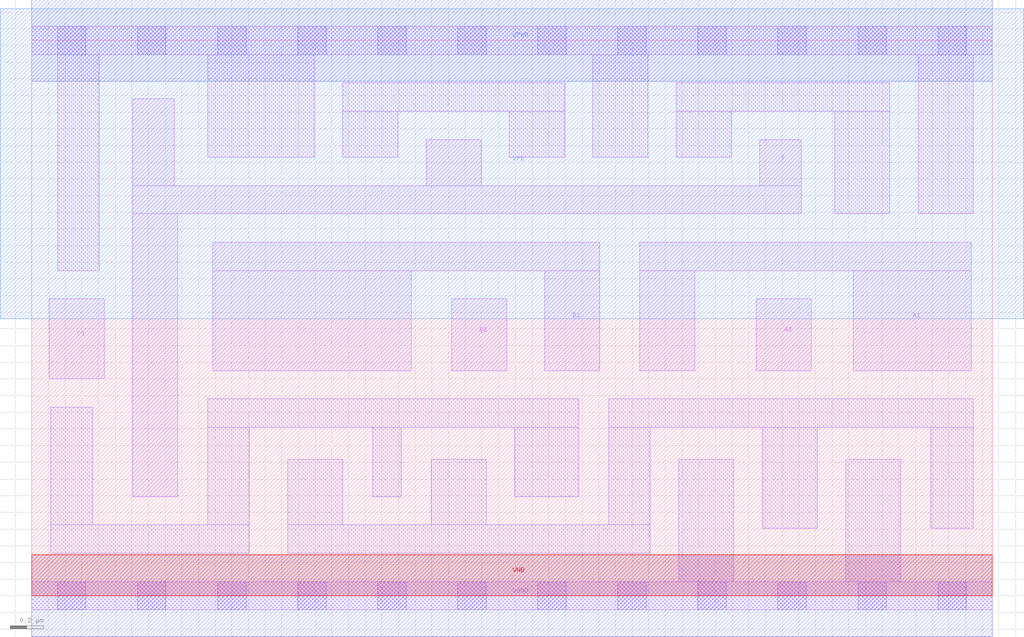
<source format=lef>
# Copyright 2020 The SkyWater PDK Authors
#
# Licensed under the Apache License, Version 2.0 (the "License");
# you may not use this file except in compliance with the License.
# You may obtain a copy of the License at
#
#     https://www.apache.org/licenses/LICENSE-2.0
#
# Unless required by applicable law or agreed to in writing, software
# distributed under the License is distributed on an "AS IS" BASIS,
# WITHOUT WARRANTIES OR CONDITIONS OF ANY KIND, either express or implied.
# See the License for the specific language governing permissions and
# limitations under the License.
#
# SPDX-License-Identifier: Apache-2.0

VERSION 5.7 ;
  NOWIREEXTENSIONATPIN ON ;
  DIVIDERCHAR "/" ;
  BUSBITCHARS "[]" ;
MACRO sky130_fd_sc_hs__o221ai_2
  CLASS CORE ;
  FOREIGN sky130_fd_sc_hs__o221ai_2 ;
  ORIGIN  0.000000  0.000000 ;
  SIZE  5.760000 BY  3.330000 ;
  SYMMETRY X Y ;
  SITE unit ;
  PIN A1
    ANTENNAGATEAREA  0.558000 ;
    DIRECTION INPUT ;
    USE SIGNAL ;
    PORT
      LAYER li1 ;
        RECT 3.645000 1.350000 3.975000 1.950000 ;
        RECT 3.645000 1.950000 5.635000 2.120000 ;
        RECT 4.925000 1.350000 5.635000 1.950000 ;
    END
  END A1
  PIN A2
    ANTENNAGATEAREA  0.558000 ;
    DIRECTION INPUT ;
    USE SIGNAL ;
    PORT
      LAYER li1 ;
        RECT 4.345000 1.350000 4.675000 1.780000 ;
    END
  END A2
  PIN B1
    ANTENNAGATEAREA  0.558000 ;
    DIRECTION INPUT ;
    USE SIGNAL ;
    PORT
      LAYER li1 ;
        RECT 1.085000 1.350000 2.275000 1.950000 ;
        RECT 1.085000 1.950000 3.405000 2.120000 ;
        RECT 3.075000 1.350000 3.405000 1.950000 ;
    END
  END B1
  PIN B2
    ANTENNAGATEAREA  0.558000 ;
    DIRECTION INPUT ;
    USE SIGNAL ;
    PORT
      LAYER li1 ;
        RECT 2.520000 1.350000 2.850000 1.780000 ;
    END
  END B2
  PIN C1
    ANTENNAGATEAREA  0.558000 ;
    DIRECTION INPUT ;
    USE SIGNAL ;
    PORT
      LAYER li1 ;
        RECT 0.105000 1.300000 0.435000 1.780000 ;
    END
  END C1
  PIN Y
    ANTENNADIFFAREA  1.232000 ;
    DIRECTION OUTPUT ;
    USE SIGNAL ;
    PORT
      LAYER li1 ;
        RECT 0.605000 0.595000 0.875000 2.290000 ;
        RECT 0.605000 2.290000 4.615000 2.460000 ;
        RECT 0.605000 2.460000 0.855000 2.980000 ;
        RECT 2.365000 2.460000 2.695000 2.735000 ;
        RECT 4.365000 2.460000 4.615000 2.735000 ;
    END
  END Y
  PIN VGND
    DIRECTION INOUT ;
    USE GROUND ;
    PORT
      LAYER met1 ;
        RECT 0.000000 -0.245000 5.760000 0.245000 ;
    END
  END VGND
  PIN VNB
    DIRECTION INOUT ;
    USE GROUND ;
    PORT
      LAYER pwell ;
        RECT 0.000000 0.000000 5.760000 0.245000 ;
    END
  END VNB
  PIN VPB
    DIRECTION INOUT ;
    USE POWER ;
    PORT
      LAYER nwell ;
        RECT -0.190000 1.660000 5.950000 3.520000 ;
    END
  END VPB
  PIN VPWR
    DIRECTION INOUT ;
    USE POWER ;
    PORT
      LAYER met1 ;
        RECT 0.000000 3.085000 5.760000 3.575000 ;
    END
  END VPWR
  OBS
    LAYER li1 ;
      RECT 0.000000 -0.085000 5.760000 0.085000 ;
      RECT 0.000000  3.245000 5.760000 3.415000 ;
      RECT 0.115000  0.255000 1.305000 0.425000 ;
      RECT 0.115000  0.425000 0.365000 1.130000 ;
      RECT 0.155000  1.950000 0.405000 3.245000 ;
      RECT 1.055000  0.425000 1.305000 1.010000 ;
      RECT 1.055000  1.010000 3.280000 1.180000 ;
      RECT 1.055000  2.630000 1.695000 3.245000 ;
      RECT 1.535000  0.255000 3.710000 0.425000 ;
      RECT 1.535000  0.425000 1.865000 0.820000 ;
      RECT 1.865000  2.630000 2.195000 2.905000 ;
      RECT 1.865000  2.905000 3.195000 3.075000 ;
      RECT 2.045000  0.595000 2.215000 1.010000 ;
      RECT 2.395000  0.425000 2.725000 0.820000 ;
      RECT 2.865000  2.630000 3.195000 2.905000 ;
      RECT 2.895000  0.595000 3.280000 1.010000 ;
      RECT 3.365000  2.630000 3.695000 3.245000 ;
      RECT 3.460000  0.425000 3.710000 1.010000 ;
      RECT 3.460000  1.010000 5.645000 1.180000 ;
      RECT 3.865000  2.630000 4.195000 2.905000 ;
      RECT 3.865000  2.905000 5.145000 3.075000 ;
      RECT 3.880000  0.085000 4.210000 0.820000 ;
      RECT 4.380000  0.405000 4.710000 1.010000 ;
      RECT 4.815000  2.290000 5.145000 2.905000 ;
      RECT 4.880000  0.085000 5.210000 0.820000 ;
      RECT 5.315000  2.290000 5.645000 3.245000 ;
      RECT 5.390000  0.405000 5.645000 1.010000 ;
    LAYER mcon ;
      RECT 0.155000 -0.085000 0.325000 0.085000 ;
      RECT 0.155000  3.245000 0.325000 3.415000 ;
      RECT 0.635000 -0.085000 0.805000 0.085000 ;
      RECT 0.635000  3.245000 0.805000 3.415000 ;
      RECT 1.115000 -0.085000 1.285000 0.085000 ;
      RECT 1.115000  3.245000 1.285000 3.415000 ;
      RECT 1.595000 -0.085000 1.765000 0.085000 ;
      RECT 1.595000  3.245000 1.765000 3.415000 ;
      RECT 2.075000 -0.085000 2.245000 0.085000 ;
      RECT 2.075000  3.245000 2.245000 3.415000 ;
      RECT 2.555000 -0.085000 2.725000 0.085000 ;
      RECT 2.555000  3.245000 2.725000 3.415000 ;
      RECT 3.035000 -0.085000 3.205000 0.085000 ;
      RECT 3.035000  3.245000 3.205000 3.415000 ;
      RECT 3.515000 -0.085000 3.685000 0.085000 ;
      RECT 3.515000  3.245000 3.685000 3.415000 ;
      RECT 3.995000 -0.085000 4.165000 0.085000 ;
      RECT 3.995000  3.245000 4.165000 3.415000 ;
      RECT 4.475000 -0.085000 4.645000 0.085000 ;
      RECT 4.475000  3.245000 4.645000 3.415000 ;
      RECT 4.955000 -0.085000 5.125000 0.085000 ;
      RECT 4.955000  3.245000 5.125000 3.415000 ;
      RECT 5.435000 -0.085000 5.605000 0.085000 ;
      RECT 5.435000  3.245000 5.605000 3.415000 ;
  END
END sky130_fd_sc_hs__o221ai_2
END LIBRARY

</source>
